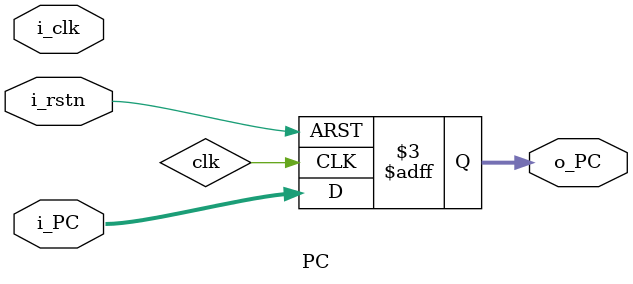
<source format=v>
module PC (     //program counter 설계
    input i_clk, i_rstn,
    input [31:0] i_PC,
    output reg [31:0] o_PC
);
//clk마다 rstn이 1이면 i_PC에 o_PC로 출력
    always @(posedge clk, negedge i_rstn) begin
        begin
            if(!i_rstn)
            begin
                o_PC <= 32'd0;
            end
            else
            begin
                o_PC <= i_PC;
            end
        end
    end
endmodule








</source>
